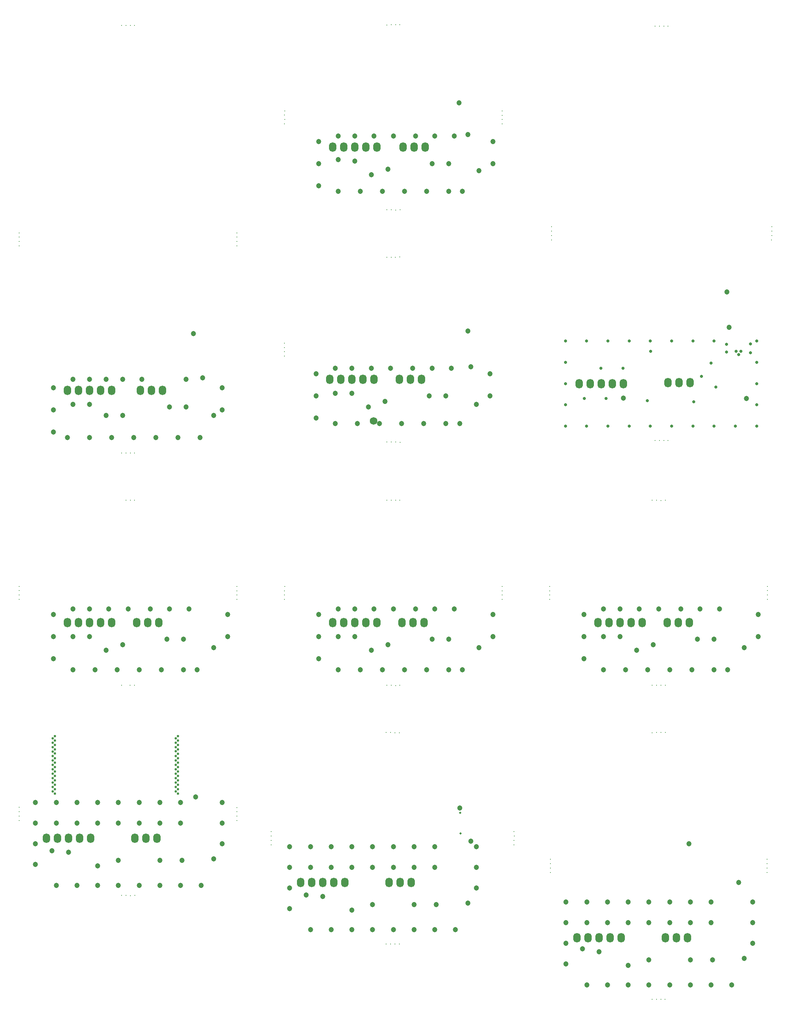
<source format=gbs>
%FSLAX44Y44*%
%MOMM*%
G71*
G01*
G75*
G04 Layer_Color=16711935*
%ADD10O,0.6101X2.0320*%
%ADD11O,0.6096X2.0320*%
%ADD12O,0.3000X0.9901*%
%ADD13R,0.3000X0.9901*%
%ADD14C,0.3000*%
%ADD15C,0.5999*%
%ADD16R,0.5100X2.0201*%
%ADD17R,1.4501X1.2499*%
%ADD18R,1.2499X1.4501*%
%ADD19R,3.0000X2.8001*%
%ADD20C,1.5001*%
%ADD21C,0.5001*%
%ADD22C,0.3000*%
%ADD23C,0.5999*%
%ADD24C,0.3010*%
%ADD25C,0.4001*%
%ADD26C,0.3099*%
%ADD27C,0.1501*%
%ADD28C,1.0000*%
%ADD29C,0.3500*%
%ADD30C,0.1999*%
%ADD31C,0.7000*%
%ADD32C,1.0000*%
%ADD33O,1.5001X2.0000*%
%ADD34C,0.6000*%
%ADD35C,0.0201*%
%ADD36C,0.2540*%
%ADD37C,0.1270*%
%ADD38C,0.0000*%
%ADD39O,0.8133X2.2352*%
%ADD40O,0.8128X2.2352*%
%ADD41O,0.5032X1.1933*%
%ADD42R,0.5032X1.1933*%
%ADD43C,0.5032*%
%ADD44C,0.8032*%
%ADD45R,0.7099X2.2200*%
%ADD46R,1.6500X1.4498*%
%ADD47R,1.4501X1.6502*%
%ADD48R,3.1999X3.0000*%
%ADD49C,2.5001*%
%ADD50C,1.1999*%
%ADD51C,1.2032*%
%ADD52C,0.5499*%
%ADD53O,1.7033X2.2032*%
%ADD54O,1.7033X2.2032*%
%ADD55C,0.2001*%
%ADD56C,0.2032*%
%ADD57C,1.7272*%
G54D31*
X2889123Y11478773D02*
D03*
X2449932Y11673972D02*
D03*
X2498725Y11673972D02*
D03*
X2889123Y11576360D02*
D03*
X2889123Y11527566D02*
D03*
X2889123Y11625178D02*
D03*
X2889123Y11673972D02*
D03*
X2784678Y11623756D02*
D03*
X2582316Y11611970D02*
D03*
X2531516Y11611361D02*
D03*
X2762529Y11593174D02*
D03*
X2645131Y11673972D02*
D03*
X2596312Y11673972D02*
D03*
X2547518Y11673972D02*
D03*
X2742717Y11673972D02*
D03*
X2791511Y11673972D02*
D03*
X2693924Y11673972D02*
D03*
X2449932Y11625178D02*
D03*
X2449932Y11527566D02*
D03*
X2449932Y11576360D02*
D03*
X2840330Y11478773D02*
D03*
X2693924Y11478773D02*
D03*
X2791511Y11478773D02*
D03*
X2742717Y11478773D02*
D03*
X2547518Y11478773D02*
D03*
X2596312Y11478773D02*
D03*
X2645131Y11478773D02*
D03*
X2745029Y11534221D02*
D03*
X2795422Y11568409D02*
D03*
X2543124Y11541968D02*
D03*
X2638273Y11536812D02*
D03*
X2493518Y11542374D02*
D03*
X2841930Y11650375D02*
D03*
X2853182Y11650476D02*
D03*
X2847823Y11643060D02*
D03*
X2820111Y11666631D02*
D03*
X2874874Y11667672D02*
D03*
X2820467Y11648521D02*
D03*
X2875559Y11647124D02*
D03*
X2645562Y11650222D02*
D03*
X2498725Y11478773D02*
D03*
X2449932Y11478773D02*
D03*
G54D43*
X2208403Y10542833D02*
D03*
X2208378Y10590840D02*
D03*
G54D50*
X2583129Y11543162D02*
D03*
X2866212Y11541765D02*
D03*
X2820771Y11787129D02*
D03*
X1641653Y11503563D02*
D03*
X1616253Y11589288D02*
D03*
X1594790Y11691014D02*
D03*
G54D51*
X2825928Y11705773D02*
D03*
X1279703Y10566938D02*
D03*
X1232078Y10614563D02*
D03*
X1232078Y10519313D02*
D03*
X1308278Y10500262D02*
D03*
X1422578Y10614563D02*
D03*
X1517828Y10424062D02*
D03*
X1470203Y10566938D02*
D03*
X1517828Y10614563D02*
D03*
X1374953Y10566938D02*
D03*
X1565453Y10566938D02*
D03*
X1327328Y10566938D02*
D03*
X1422578Y10424062D02*
D03*
X1565453Y10614563D02*
D03*
X1279703Y10614563D02*
D03*
X1232078Y10566938D02*
D03*
X1279703Y10424062D02*
D03*
X1660703Y10614563D02*
D03*
X1660703Y10519313D02*
D03*
X1660703Y10566938D02*
D03*
X1422578Y10566938D02*
D03*
X1565453Y10424062D02*
D03*
X1613078Y10424062D02*
D03*
X1470203Y10614563D02*
D03*
X1374953Y10424062D02*
D03*
X1327328Y10424062D02*
D03*
X2244903Y11528962D02*
D03*
X2860853Y10970164D02*
D03*
X1327328Y10614563D02*
D03*
X1232078Y10471688D02*
D03*
X1641653Y10970164D02*
D03*
X2860853Y10255789D02*
D03*
X2225853Y10382788D02*
D03*
X2251253Y10970164D02*
D03*
X1641653Y10484388D02*
D03*
X2251253Y12065538D02*
D03*
X1374953Y10614563D02*
D03*
X1517828Y10566938D02*
D03*
X1470203Y10424062D02*
D03*
X1517828Y10481213D02*
D03*
X1422578Y10481213D02*
D03*
X2594153Y10195463D02*
D03*
X2546528Y10195463D02*
D03*
X2784653Y10195463D02*
D03*
X2689403Y10385963D02*
D03*
X1270178Y10503438D02*
D03*
X1568628Y10481213D02*
D03*
X1374953Y10468513D02*
D03*
X2527478Y10271663D02*
D03*
X2498903Y10195463D02*
D03*
X2737028Y10195463D02*
D03*
X2451278Y10243088D02*
D03*
X2784653Y10385963D02*
D03*
X2784653Y10338337D02*
D03*
X2546528Y10338337D02*
D03*
X2546528Y10385963D02*
D03*
X2594153Y10338337D02*
D03*
X2594153Y10385963D02*
D03*
X2641778Y10338337D02*
D03*
X2205406Y12221163D02*
D03*
X2225853Y12148088D02*
D03*
X2232203Y10525663D02*
D03*
X2206803Y10601863D02*
D03*
X2848153Y10430413D02*
D03*
X2733853Y10519313D02*
D03*
X2641778Y10385963D02*
D03*
X2641778Y10195463D02*
D03*
X2737028Y10385963D02*
D03*
X2737028Y10338337D02*
D03*
X2498903Y10385963D02*
D03*
X2498903Y10338337D02*
D03*
X2451278Y10290713D02*
D03*
X2689403Y10195463D02*
D03*
X2832278Y10195463D02*
D03*
X2879903Y10290713D02*
D03*
X2879903Y10338337D02*
D03*
X2879903Y10385963D02*
D03*
X2451278Y10385963D02*
D03*
X2451278Y10338337D02*
D03*
X2787828Y10252614D02*
D03*
X2489378Y10278013D02*
D03*
X2594153Y10239913D02*
D03*
X2641778Y10252614D02*
D03*
X2737028Y10252614D02*
D03*
X1965503Y12087762D02*
D03*
X1882953Y12081414D02*
D03*
X2105203Y12144913D02*
D03*
X2009953Y12144913D02*
D03*
X1927403Y12017913D02*
D03*
X2213153Y12017913D02*
D03*
X2054403Y12144913D02*
D03*
X2194103Y12144913D02*
D03*
X1978203Y12017913D02*
D03*
X2283003Y12132213D02*
D03*
X1965503Y12144913D02*
D03*
X1927403Y12144913D02*
D03*
X2079803Y12017913D02*
D03*
X1882953Y12132213D02*
D03*
X2130603Y12017913D02*
D03*
X2181403Y12017913D02*
D03*
X2283003Y12081414D02*
D03*
X2029003Y12017913D02*
D03*
X2149653Y12144913D02*
D03*
X1882953Y12030613D02*
D03*
X2225853Y11697238D02*
D03*
X2689403Y10338337D02*
D03*
X2041703Y12068713D02*
D03*
X2143303Y12081414D02*
D03*
X2181403Y12081414D02*
D03*
X2003603Y12056013D02*
D03*
X1927403Y12090938D02*
D03*
X1965503Y10995563D02*
D03*
X2213153Y10919363D02*
D03*
X1927403Y11059062D02*
D03*
X1882953Y10995563D02*
D03*
X1927403Y10919363D02*
D03*
X1978203Y10919363D02*
D03*
X2149653Y11059062D02*
D03*
X2283003Y11046364D02*
D03*
X2009953Y11059062D02*
D03*
X2130603Y10919363D02*
D03*
X2105203Y11059062D02*
D03*
X1882953Y11046364D02*
D03*
X2079803Y10919363D02*
D03*
X2054403Y11059062D02*
D03*
X2283003Y10995563D02*
D03*
X2181403Y10919363D02*
D03*
X2029003Y10919363D02*
D03*
X2194103Y11059062D02*
D03*
X1882953Y10944763D02*
D03*
X1965503Y11059062D02*
D03*
X2181403Y10989213D02*
D03*
X2041703Y10976512D02*
D03*
X2143303Y10989213D02*
D03*
X2003603Y10963813D02*
D03*
X1927403Y10995563D02*
D03*
X1355903Y11528962D02*
D03*
X1457503Y11452762D02*
D03*
X1305103Y11452762D02*
D03*
X1355903Y11586113D02*
D03*
X1273353Y11516263D02*
D03*
X1508303Y11452762D02*
D03*
X1660703Y11567063D02*
D03*
X1355903Y11452762D02*
D03*
X1609903Y11452762D02*
D03*
X1660703Y11516263D02*
D03*
X1317803Y11586113D02*
D03*
X1578153Y11586113D02*
D03*
X1273353Y11465463D02*
D03*
X1394003Y11586113D02*
D03*
X1559103Y11452762D02*
D03*
X1406703Y11452762D02*
D03*
X1476553Y11586113D02*
D03*
X1432103Y11586113D02*
D03*
X1317803Y11528962D02*
D03*
X1394003Y11503563D02*
D03*
X1578153Y11522614D02*
D03*
X1540053Y11522614D02*
D03*
X1432103Y11503563D02*
D03*
X1584503Y11059062D02*
D03*
X1317803Y10995563D02*
D03*
X1317803Y10919363D02*
D03*
X1571803Y10919363D02*
D03*
X1419403Y10919363D02*
D03*
X1273353Y10995563D02*
D03*
X1317803Y11059062D02*
D03*
X1470203Y10919363D02*
D03*
X1673403Y11046364D02*
D03*
X1444803Y11059062D02*
D03*
X1368603Y10919363D02*
D03*
X1521003Y10919363D02*
D03*
X1495603Y11059062D02*
D03*
X1540053Y11059062D02*
D03*
X1273353Y11046364D02*
D03*
X1400353Y11059062D02*
D03*
X1273353Y10944763D02*
D03*
X1355903Y11059062D02*
D03*
X1355903Y10995563D02*
D03*
X1533703Y10989213D02*
D03*
X1394003Y10963813D02*
D03*
X1432103Y10976512D02*
D03*
X1571803Y10989213D02*
D03*
X1673403Y10995563D02*
D03*
X1603553Y10919363D02*
D03*
X2575103Y10995563D02*
D03*
X2791003Y10989213D02*
D03*
X2651303Y10976512D02*
D03*
X2587803Y10919363D02*
D03*
X2822753Y10919363D02*
D03*
X2892603Y10995563D02*
D03*
X2537003Y10919363D02*
D03*
X2537003Y11059062D02*
D03*
X2759253Y11059062D02*
D03*
X2492553Y10995563D02*
D03*
X2638603Y10919363D02*
D03*
X2689403Y10919363D02*
D03*
X2492553Y10944763D02*
D03*
X2575103Y11059062D02*
D03*
X2892603Y11046364D02*
D03*
X2714803Y11059062D02*
D03*
X2740203Y10919363D02*
D03*
X2791003Y10919363D02*
D03*
X2492553Y11046364D02*
D03*
X2803703Y11059062D02*
D03*
X2664003Y11059062D02*
D03*
X2619553Y11059062D02*
D03*
X2752903Y10989213D02*
D03*
X2613203Y10963813D02*
D03*
X2537003Y10995563D02*
D03*
X1892478Y10398663D02*
D03*
X1911528Y10322463D02*
D03*
X2149653Y10512963D02*
D03*
X2149653Y10465338D02*
D03*
X1959153Y10322463D02*
D03*
X1863903Y10465338D02*
D03*
X1863903Y10512963D02*
D03*
X2006778Y10512963D02*
D03*
X2102028Y10512963D02*
D03*
X2006778Y10465338D02*
D03*
X2054403Y10322463D02*
D03*
X2102028Y10465338D02*
D03*
X1816278Y10417712D02*
D03*
X1959153Y10512963D02*
D03*
X1816278Y10512963D02*
D03*
X1816278Y10370088D02*
D03*
X1959153Y10465338D02*
D03*
X2149653Y10322463D02*
D03*
X1816278Y10465338D02*
D03*
X1600378Y10627263D02*
D03*
X2197278Y10322463D02*
D03*
X1911528Y10465338D02*
D03*
X1911528Y10512963D02*
D03*
X2102028Y10322463D02*
D03*
X2054403Y10465338D02*
D03*
X2006778Y10322463D02*
D03*
X1863903Y10322463D02*
D03*
X2244903Y10465338D02*
D03*
X2244903Y10512963D02*
D03*
X2244903Y10417712D02*
D03*
X2152828Y10379613D02*
D03*
X1959153Y10366913D02*
D03*
X2102028Y10379613D02*
D03*
X1854378Y10401838D02*
D03*
X2006778Y10379613D02*
D03*
X2143303Y11611512D02*
D03*
X2003603Y11611512D02*
D03*
X2124253Y11484513D02*
D03*
X1921053Y11611512D02*
D03*
X2054403Y10512963D02*
D03*
X2206803Y11484513D02*
D03*
X2022653Y11484513D02*
D03*
X1971853Y11484513D02*
D03*
X2187753Y11611512D02*
D03*
X2073453Y11484513D02*
D03*
X1876603Y11598813D02*
D03*
X1921053Y11484513D02*
D03*
X2276653Y11548013D02*
D03*
X1876603Y11548013D02*
D03*
X1997253Y11522614D02*
D03*
X2136953Y11548013D02*
D03*
X2035353Y11535312D02*
D03*
X2175053Y11548013D02*
D03*
X1959153Y11611512D02*
D03*
X2276653Y11598813D02*
D03*
X2048053Y11611512D02*
D03*
X1921053Y11554363D02*
D03*
X2175053Y11484513D02*
D03*
X2098853Y11611512D02*
D03*
X1959153Y11554363D02*
D03*
X1876603Y11497213D02*
D03*
X2232203Y11614688D02*
D03*
X1273353Y11567063D02*
D03*
G54D52*
X1271727Y10639938D02*
D03*
X1276807Y10645017D02*
D03*
X1271727Y10650098D02*
D03*
X1276807Y10655177D02*
D03*
X1271727Y10660258D02*
D03*
X1276807Y10665338D02*
D03*
X1271727Y10670417D02*
D03*
X1276807Y10675498D02*
D03*
X1271727Y10680577D02*
D03*
X1276807Y10685658D02*
D03*
X1271727Y10690737D02*
D03*
X1276807Y10695818D02*
D03*
X1271727Y10700897D02*
D03*
X1276807Y10705978D02*
D03*
X1271727Y10711057D02*
D03*
X1276807Y10716138D02*
D03*
X1271727Y10721217D02*
D03*
X1276807Y10726399D02*
D03*
X1271727Y10731378D02*
D03*
X1276807Y10736458D02*
D03*
X1271727Y10741538D02*
D03*
X1276807Y10746617D02*
D03*
X1271727Y10751698D02*
D03*
X1276807Y10756777D02*
D03*
X1271727Y10761858D02*
D03*
X1276807Y10766937D02*
D03*
X1559636Y10766937D02*
D03*
X1554556Y10761858D02*
D03*
X1559636Y10756777D02*
D03*
X1554556Y10751698D02*
D03*
X1559636Y10746617D02*
D03*
X1554556Y10741538D02*
D03*
X1559636Y10736458D02*
D03*
X1554556Y10731479D02*
D03*
X1559636Y10726298D02*
D03*
X1554556Y10721217D02*
D03*
X1559636Y10716138D02*
D03*
X1554556Y10711057D02*
D03*
X1559636Y10705978D02*
D03*
X1554556Y10700897D02*
D03*
X1559636Y10695818D02*
D03*
X1554556Y10690737D02*
D03*
X1559636Y10685658D02*
D03*
X1554556Y10680577D02*
D03*
X1559636Y10675498D02*
D03*
X1554556Y10670417D02*
D03*
X1559636Y10665338D02*
D03*
X1554556Y10660258D02*
D03*
X1559636Y10655177D02*
D03*
X1554556Y10650098D02*
D03*
X1559636Y10645017D02*
D03*
X1554556Y10639938D02*
D03*
X1276807Y10634857D02*
D03*
X1559687Y10634730D02*
D03*
G54D53*
X2481682Y11576207D02*
D03*
X2507082Y11576207D02*
D03*
X2557882Y11576207D02*
D03*
X2583282Y11576207D02*
D03*
X2532482Y11576207D02*
D03*
X2736520Y11578264D02*
D03*
X2711120Y11578264D02*
D03*
X2685720Y11578264D02*
D03*
G54D54*
X1460678Y10532013D02*
D03*
X1486078Y10532013D02*
D03*
X1511478Y10532013D02*
D03*
X2068093Y11586113D02*
D03*
X2093493Y11586113D02*
D03*
X2118893Y11586113D02*
D03*
X1305103Y11027313D02*
D03*
X1330503Y11027313D02*
D03*
X1355903Y11027313D02*
D03*
X1381303Y11027313D02*
D03*
X1406703Y11027313D02*
D03*
X1305103Y11560713D02*
D03*
X1330503Y11560713D02*
D03*
X1355903Y11560713D02*
D03*
X1381303Y11560713D02*
D03*
X1406703Y11560713D02*
D03*
X1908353Y11586113D02*
D03*
X1933753Y11586113D02*
D03*
X1959153Y11586113D02*
D03*
X1984553Y11586113D02*
D03*
X2009953Y11586113D02*
D03*
X1841678Y10430413D02*
D03*
X1867078Y10430413D02*
D03*
X1892478Y10430413D02*
D03*
X1917878Y10430413D02*
D03*
X1943278Y10430413D02*
D03*
X2476678Y10303413D02*
D03*
X2502078Y10303413D02*
D03*
X2527478Y10303413D02*
D03*
X2552878Y10303413D02*
D03*
X2578278Y10303413D02*
D03*
X2076628Y12119513D02*
D03*
X2102028Y12119513D02*
D03*
X2127428Y12119513D02*
D03*
X1257478Y10532013D02*
D03*
X1282878Y10532013D02*
D03*
X1308278Y10532013D02*
D03*
X1333678Y10532013D02*
D03*
X1359078Y10532013D02*
D03*
X2074443Y11027313D02*
D03*
X2099843Y11027313D02*
D03*
X2125243Y11027313D02*
D03*
X2044878Y10430413D02*
D03*
X2070278Y10430413D02*
D03*
X2095678Y10430413D02*
D03*
X2524303Y11027313D02*
D03*
X2549703Y11027313D02*
D03*
X2575103Y11027313D02*
D03*
X2600503Y11027313D02*
D03*
X2625903Y11027313D02*
D03*
X2679878Y10303413D02*
D03*
X2705278Y10303413D02*
D03*
X2730678Y10303413D02*
D03*
X1473378Y11560713D02*
D03*
X1498778Y11560713D02*
D03*
X1524178Y11560713D02*
D03*
X1914703Y11027313D02*
D03*
X1940103Y11027313D02*
D03*
X1965503Y11027313D02*
D03*
X1990903Y11027313D02*
D03*
X2016303Y11027313D02*
D03*
X1914703Y12119513D02*
D03*
X1940103Y12119513D02*
D03*
X1965503Y12119513D02*
D03*
X1990903Y12119513D02*
D03*
X2016303Y12119513D02*
D03*
X2684043Y11027313D02*
D03*
X2709443Y11027313D02*
D03*
X2734843Y11027313D02*
D03*
X1464843Y11027313D02*
D03*
X1490243Y11027313D02*
D03*
X1515643Y11027313D02*
D03*
G54D55*
X1804498Y11639382D02*
D03*
X1804498Y11649410D02*
D03*
X1804415Y11659355D02*
D03*
X1804498Y11669301D02*
D03*
X1459980Y10400458D02*
D03*
X1449858Y10400403D02*
D03*
X1439792Y10400458D02*
D03*
X1429725Y10400621D02*
D03*
X1194811Y10572747D02*
D03*
X1194894Y10582772D02*
D03*
X1194811Y10592799D02*
D03*
X1194853Y10602784D02*
D03*
X1694915Y10572698D02*
D03*
X1694815Y10582736D02*
D03*
X1694815Y10592773D02*
D03*
X1694865Y10602761D02*
D03*
X1773668Y10516956D02*
D03*
X1773784Y10527057D02*
D03*
X1773726Y10537100D02*
D03*
X1773668Y10546969D02*
D03*
X2067861Y10289315D02*
D03*
X2057756Y10289315D02*
D03*
X2047896Y10289315D02*
D03*
X2037791Y10289376D02*
D03*
X2678996Y10162352D02*
D03*
X2669039Y10162352D02*
D03*
X2658936Y10162352D02*
D03*
X2649077Y10162352D02*
D03*
X2415023Y10453610D02*
D03*
X2415071Y10463534D02*
D03*
X2415023Y10473553D02*
D03*
X2415023Y10483573D02*
D03*
X2331976Y10517061D02*
D03*
X2331976Y10526937D02*
D03*
X2332072Y10537103D02*
D03*
X2331976Y10547029D02*
D03*
X2913018Y10453567D02*
D03*
X2913108Y10463362D02*
D03*
X2913198Y10473606D02*
D03*
X2913108Y10483490D02*
D03*
X2679183Y10774685D02*
D03*
X2669028Y10774685D02*
D03*
X2659054Y10774685D02*
D03*
X2649080Y10774596D02*
D03*
X2067970Y10774589D02*
D03*
X2057906Y10774589D02*
D03*
X2047752Y10774678D02*
D03*
X2037867Y10774768D02*
D03*
X2069361Y10883025D02*
D03*
X2059497Y10882906D02*
D03*
X2049633Y10883143D02*
D03*
X2039413Y10883143D02*
D03*
X1459899Y10883148D02*
D03*
X1449772Y10883148D02*
D03*
X1429931Y10883148D02*
D03*
X2304588Y11080586D02*
D03*
X2304517Y11090673D02*
D03*
X2304517Y11100549D02*
D03*
X2304447Y11110566D02*
D03*
X2679150Y10883092D02*
D03*
X2669074Y10883092D02*
D03*
X2658997Y10883092D02*
D03*
X2649000Y10883092D02*
D03*
X2914120Y11080681D02*
D03*
X2914120Y11090551D02*
D03*
X2914120Y11100605D02*
D03*
X2914059Y11110597D02*
D03*
X2414051Y11080582D02*
D03*
X2414095Y11090626D02*
D03*
X2414051Y11100581D02*
D03*
X2414051Y11110580D02*
D03*
X2679149Y11308163D02*
D03*
X2669177Y11308029D02*
D03*
X2658938Y11308096D02*
D03*
X2648899Y11308096D02*
D03*
X2685911Y11445736D02*
D03*
X2675930Y11445779D02*
D03*
X2665863Y11445822D02*
D03*
X2655882Y11445779D02*
D03*
X2069442Y11308073D02*
D03*
X2059525Y11308073D02*
D03*
X2049460Y11308073D02*
D03*
X2039345Y11308073D02*
D03*
X2069618Y11441801D02*
D03*
X2059424Y11441921D02*
D03*
X2049350Y11442041D02*
D03*
X2039277Y11441921D02*
D03*
X1804567Y11110564D02*
D03*
X1804426Y11100435D02*
D03*
X1804285Y11090586D02*
D03*
X1804426Y11080737D02*
D03*
X1694825Y11080597D02*
D03*
X1694825Y11090586D02*
D03*
X1694825Y11100435D02*
D03*
X1694684Y11110564D02*
D03*
X1194771Y11080616D02*
D03*
X1194820Y11090591D02*
D03*
X1194869Y11100664D02*
D03*
X1194820Y11110638D02*
D03*
X1459870Y11308074D02*
D03*
X1449955Y11308074D02*
D03*
X1440041Y11308074D02*
D03*
X1459870Y11416566D02*
D03*
X1449955Y11416426D02*
D03*
X1439899Y11416426D02*
D03*
X1429985Y11416426D02*
D03*
X1194888Y11892621D02*
D03*
X1194888Y11902780D02*
D03*
X1194793Y11912559D02*
D03*
X1194793Y11922622D02*
D03*
X1694818Y11892748D02*
D03*
X1694876Y11902697D02*
D03*
X1694818Y11912705D02*
D03*
X1694818Y11922712D02*
D03*
X1804382Y12172767D02*
D03*
X1804537Y12182728D02*
D03*
X1804382Y12192844D02*
D03*
X1804537Y12202805D02*
D03*
X2069515Y11866954D02*
D03*
X2059364Y11866820D02*
D03*
X2049484Y11866820D02*
D03*
X2039468Y11866820D02*
D03*
X2039468Y11975283D02*
D03*
X2049484Y11975283D02*
D03*
X2059447Y11975089D02*
D03*
X2417927Y11906520D02*
D03*
X2417986Y11916469D02*
D03*
X2417927Y11926536D02*
D03*
X2417986Y11936484D02*
D03*
X2304448Y12172872D02*
D03*
X2304448Y12182753D02*
D03*
X2304313Y12192769D02*
D03*
X2304448Y12202784D02*
D03*
X2923755Y11906361D02*
D03*
X2923873Y11916366D02*
D03*
X2923873Y11926371D02*
D03*
X2923873Y11936493D02*
D03*
X2685847Y12397134D02*
D03*
X2675953Y12397236D02*
D03*
X2665854Y12397134D02*
D03*
X2655754Y12397236D02*
D03*
X2069482Y12400270D02*
D03*
X2059439Y12400270D02*
D03*
X2049552Y12400270D02*
D03*
X2039510Y12400193D02*
D03*
X1459905Y12398868D02*
D03*
X1449905Y12398868D02*
D03*
X1439810Y12398862D02*
D03*
X1429842Y12398862D02*
D03*
G54D56*
X2069739Y11975295D02*
D03*
G54D57*
X2009112Y11490526D02*
D03*
D03*
M02*

</source>
